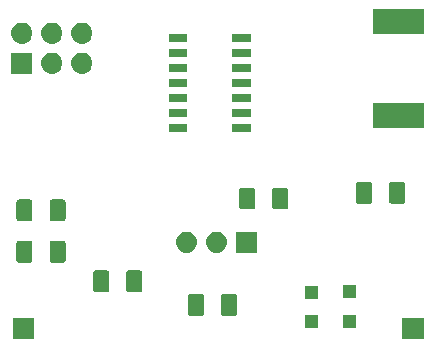
<source format=gbr>
G04 #@! TF.GenerationSoftware,KiCad,Pcbnew,(5.0.1)-rc2*
G04 #@! TF.CreationDate,2018-12-08T16:36:11-05:00*
G04 #@! TF.ProjectId,megadesk,6D6567616465736B2E6B696361645F70,rev?*
G04 #@! TF.SameCoordinates,Original*
G04 #@! TF.FileFunction,Soldermask,Bot*
G04 #@! TF.FilePolarity,Negative*
%FSLAX46Y46*%
G04 Gerber Fmt 4.6, Leading zero omitted, Abs format (unit mm)*
G04 Created by KiCad (PCBNEW (5.0.1)-rc2) date 2018-12-08 4:36:11 PM*
%MOMM*%
%LPD*%
G01*
G04 APERTURE LIST*
%ADD10C,0.100000*%
G04 APERTURE END LIST*
D10*
G36*
X136600000Y-135500000D02*
X134800000Y-135500000D01*
X134800000Y-133700000D01*
X136600000Y-133700000D01*
X136600000Y-135500000D01*
X136600000Y-135500000D01*
G37*
G36*
X103600000Y-135500000D02*
X101800000Y-135500000D01*
X101800000Y-133700000D01*
X103600000Y-133700000D01*
X103600000Y-135500000D01*
X103600000Y-135500000D01*
G37*
G36*
X127650000Y-134600000D02*
X126550000Y-134600000D01*
X126550000Y-133500000D01*
X127650000Y-133500000D01*
X127650000Y-134600000D01*
X127650000Y-134600000D01*
G37*
G36*
X130850000Y-134550000D02*
X129750000Y-134550000D01*
X129750000Y-133450000D01*
X130850000Y-133450000D01*
X130850000Y-134550000D01*
X130850000Y-134550000D01*
G37*
G36*
X120617926Y-131679340D02*
X120654390Y-131690402D01*
X120687998Y-131708366D01*
X120717458Y-131732542D01*
X120741634Y-131762002D01*
X120759598Y-131795610D01*
X120770660Y-131832074D01*
X120775000Y-131876141D01*
X120775000Y-133323859D01*
X120770660Y-133367926D01*
X120759598Y-133404390D01*
X120741634Y-133437998D01*
X120717458Y-133467458D01*
X120687998Y-133491634D01*
X120654390Y-133509598D01*
X120617926Y-133520660D01*
X120573859Y-133525000D01*
X119626141Y-133525000D01*
X119582074Y-133520660D01*
X119545610Y-133509598D01*
X119512002Y-133491634D01*
X119482542Y-133467458D01*
X119458366Y-133437998D01*
X119440402Y-133404390D01*
X119429340Y-133367926D01*
X119425000Y-133323859D01*
X119425000Y-131876141D01*
X119429340Y-131832074D01*
X119440402Y-131795610D01*
X119458366Y-131762002D01*
X119482542Y-131732542D01*
X119512002Y-131708366D01*
X119545610Y-131690402D01*
X119582074Y-131679340D01*
X119626141Y-131675000D01*
X120573859Y-131675000D01*
X120617926Y-131679340D01*
X120617926Y-131679340D01*
G37*
G36*
X117817926Y-131679340D02*
X117854390Y-131690402D01*
X117887998Y-131708366D01*
X117917458Y-131732542D01*
X117941634Y-131762002D01*
X117959598Y-131795610D01*
X117970660Y-131832074D01*
X117975000Y-131876141D01*
X117975000Y-133323859D01*
X117970660Y-133367926D01*
X117959598Y-133404390D01*
X117941634Y-133437998D01*
X117917458Y-133467458D01*
X117887998Y-133491634D01*
X117854390Y-133509598D01*
X117817926Y-133520660D01*
X117773859Y-133525000D01*
X116826141Y-133525000D01*
X116782074Y-133520660D01*
X116745610Y-133509598D01*
X116712002Y-133491634D01*
X116682542Y-133467458D01*
X116658366Y-133437998D01*
X116640402Y-133404390D01*
X116629340Y-133367926D01*
X116625000Y-133323859D01*
X116625000Y-131876141D01*
X116629340Y-131832074D01*
X116640402Y-131795610D01*
X116658366Y-131762002D01*
X116682542Y-131732542D01*
X116712002Y-131708366D01*
X116745610Y-131690402D01*
X116782074Y-131679340D01*
X116826141Y-131675000D01*
X117773859Y-131675000D01*
X117817926Y-131679340D01*
X117817926Y-131679340D01*
G37*
G36*
X127650000Y-132100000D02*
X126550000Y-132100000D01*
X126550000Y-131000000D01*
X127650000Y-131000000D01*
X127650000Y-132100000D01*
X127650000Y-132100000D01*
G37*
G36*
X130850000Y-132050000D02*
X129750000Y-132050000D01*
X129750000Y-130950000D01*
X130850000Y-130950000D01*
X130850000Y-132050000D01*
X130850000Y-132050000D01*
G37*
G36*
X112617926Y-129679340D02*
X112654390Y-129690402D01*
X112687998Y-129708366D01*
X112717458Y-129732542D01*
X112741634Y-129762002D01*
X112759598Y-129795610D01*
X112770660Y-129832074D01*
X112775000Y-129876141D01*
X112775000Y-131323859D01*
X112770660Y-131367926D01*
X112759598Y-131404390D01*
X112741634Y-131437998D01*
X112717458Y-131467458D01*
X112687998Y-131491634D01*
X112654390Y-131509598D01*
X112617926Y-131520660D01*
X112573859Y-131525000D01*
X111626141Y-131525000D01*
X111582074Y-131520660D01*
X111545610Y-131509598D01*
X111512002Y-131491634D01*
X111482542Y-131467458D01*
X111458366Y-131437998D01*
X111440402Y-131404390D01*
X111429340Y-131367926D01*
X111425000Y-131323859D01*
X111425000Y-129876141D01*
X111429340Y-129832074D01*
X111440402Y-129795610D01*
X111458366Y-129762002D01*
X111482542Y-129732542D01*
X111512002Y-129708366D01*
X111545610Y-129690402D01*
X111582074Y-129679340D01*
X111626141Y-129675000D01*
X112573859Y-129675000D01*
X112617926Y-129679340D01*
X112617926Y-129679340D01*
G37*
G36*
X109817926Y-129679340D02*
X109854390Y-129690402D01*
X109887998Y-129708366D01*
X109917458Y-129732542D01*
X109941634Y-129762002D01*
X109959598Y-129795610D01*
X109970660Y-129832074D01*
X109975000Y-129876141D01*
X109975000Y-131323859D01*
X109970660Y-131367926D01*
X109959598Y-131404390D01*
X109941634Y-131437998D01*
X109917458Y-131467458D01*
X109887998Y-131491634D01*
X109854390Y-131509598D01*
X109817926Y-131520660D01*
X109773859Y-131525000D01*
X108826141Y-131525000D01*
X108782074Y-131520660D01*
X108745610Y-131509598D01*
X108712002Y-131491634D01*
X108682542Y-131467458D01*
X108658366Y-131437998D01*
X108640402Y-131404390D01*
X108629340Y-131367926D01*
X108625000Y-131323859D01*
X108625000Y-129876141D01*
X108629340Y-129832074D01*
X108640402Y-129795610D01*
X108658366Y-129762002D01*
X108682542Y-129732542D01*
X108712002Y-129708366D01*
X108745610Y-129690402D01*
X108782074Y-129679340D01*
X108826141Y-129675000D01*
X109773859Y-129675000D01*
X109817926Y-129679340D01*
X109817926Y-129679340D01*
G37*
G36*
X106117926Y-127179340D02*
X106154390Y-127190402D01*
X106187998Y-127208366D01*
X106217458Y-127232542D01*
X106241634Y-127262002D01*
X106259598Y-127295610D01*
X106270660Y-127332074D01*
X106275000Y-127376141D01*
X106275000Y-128823859D01*
X106270660Y-128867926D01*
X106259598Y-128904390D01*
X106241634Y-128937998D01*
X106217458Y-128967458D01*
X106187998Y-128991634D01*
X106154390Y-129009598D01*
X106117926Y-129020660D01*
X106073859Y-129025000D01*
X105126141Y-129025000D01*
X105082074Y-129020660D01*
X105045610Y-129009598D01*
X105012002Y-128991634D01*
X104982542Y-128967458D01*
X104958366Y-128937998D01*
X104940402Y-128904390D01*
X104929340Y-128867926D01*
X104925000Y-128823859D01*
X104925000Y-127376141D01*
X104929340Y-127332074D01*
X104940402Y-127295610D01*
X104958366Y-127262002D01*
X104982542Y-127232542D01*
X105012002Y-127208366D01*
X105045610Y-127190402D01*
X105082074Y-127179340D01*
X105126141Y-127175000D01*
X106073859Y-127175000D01*
X106117926Y-127179340D01*
X106117926Y-127179340D01*
G37*
G36*
X103317926Y-127179340D02*
X103354390Y-127190402D01*
X103387998Y-127208366D01*
X103417458Y-127232542D01*
X103441634Y-127262002D01*
X103459598Y-127295610D01*
X103470660Y-127332074D01*
X103475000Y-127376141D01*
X103475000Y-128823859D01*
X103470660Y-128867926D01*
X103459598Y-128904390D01*
X103441634Y-128937998D01*
X103417458Y-128967458D01*
X103387998Y-128991634D01*
X103354390Y-129009598D01*
X103317926Y-129020660D01*
X103273859Y-129025000D01*
X102326141Y-129025000D01*
X102282074Y-129020660D01*
X102245610Y-129009598D01*
X102212002Y-128991634D01*
X102182542Y-128967458D01*
X102158366Y-128937998D01*
X102140402Y-128904390D01*
X102129340Y-128867926D01*
X102125000Y-128823859D01*
X102125000Y-127376141D01*
X102129340Y-127332074D01*
X102140402Y-127295610D01*
X102158366Y-127262002D01*
X102182542Y-127232542D01*
X102212002Y-127208366D01*
X102245610Y-127190402D01*
X102282074Y-127179340D01*
X102326141Y-127175000D01*
X103273859Y-127175000D01*
X103317926Y-127179340D01*
X103317926Y-127179340D01*
G37*
G36*
X116696432Y-126413022D02*
X116866081Y-126464485D01*
X117022433Y-126548056D01*
X117159475Y-126660525D01*
X117271944Y-126797567D01*
X117355515Y-126953919D01*
X117406978Y-127123568D01*
X117424354Y-127300000D01*
X117406978Y-127476432D01*
X117355515Y-127646081D01*
X117271944Y-127802433D01*
X117159475Y-127939475D01*
X117022433Y-128051944D01*
X116866081Y-128135515D01*
X116696432Y-128186978D01*
X116564211Y-128200000D01*
X116475789Y-128200000D01*
X116343568Y-128186978D01*
X116173919Y-128135515D01*
X116017567Y-128051944D01*
X115880525Y-127939475D01*
X115768056Y-127802433D01*
X115684485Y-127646081D01*
X115633022Y-127476432D01*
X115615646Y-127300000D01*
X115633022Y-127123568D01*
X115684485Y-126953919D01*
X115768056Y-126797567D01*
X115880525Y-126660525D01*
X116017567Y-126548056D01*
X116173919Y-126464485D01*
X116343568Y-126413022D01*
X116475789Y-126400000D01*
X116564211Y-126400000D01*
X116696432Y-126413022D01*
X116696432Y-126413022D01*
G37*
G36*
X122500000Y-128200000D02*
X120700000Y-128200000D01*
X120700000Y-126400000D01*
X122500000Y-126400000D01*
X122500000Y-128200000D01*
X122500000Y-128200000D01*
G37*
G36*
X119236432Y-126413022D02*
X119406081Y-126464485D01*
X119562433Y-126548056D01*
X119699475Y-126660525D01*
X119811944Y-126797567D01*
X119895515Y-126953919D01*
X119946978Y-127123568D01*
X119964354Y-127300000D01*
X119946978Y-127476432D01*
X119895515Y-127646081D01*
X119811944Y-127802433D01*
X119699475Y-127939475D01*
X119562433Y-128051944D01*
X119406081Y-128135515D01*
X119236432Y-128186978D01*
X119104211Y-128200000D01*
X119015789Y-128200000D01*
X118883568Y-128186978D01*
X118713919Y-128135515D01*
X118557567Y-128051944D01*
X118420525Y-127939475D01*
X118308056Y-127802433D01*
X118224485Y-127646081D01*
X118173022Y-127476432D01*
X118155646Y-127300000D01*
X118173022Y-127123568D01*
X118224485Y-126953919D01*
X118308056Y-126797567D01*
X118420525Y-126660525D01*
X118557567Y-126548056D01*
X118713919Y-126464485D01*
X118883568Y-126413022D01*
X119015789Y-126400000D01*
X119104211Y-126400000D01*
X119236432Y-126413022D01*
X119236432Y-126413022D01*
G37*
G36*
X106117926Y-123679340D02*
X106154390Y-123690402D01*
X106187998Y-123708366D01*
X106217458Y-123732542D01*
X106241634Y-123762002D01*
X106259598Y-123795610D01*
X106270660Y-123832074D01*
X106275000Y-123876141D01*
X106275000Y-125323859D01*
X106270660Y-125367926D01*
X106259598Y-125404390D01*
X106241634Y-125437998D01*
X106217458Y-125467458D01*
X106187998Y-125491634D01*
X106154390Y-125509598D01*
X106117926Y-125520660D01*
X106073859Y-125525000D01*
X105126141Y-125525000D01*
X105082074Y-125520660D01*
X105045610Y-125509598D01*
X105012002Y-125491634D01*
X104982542Y-125467458D01*
X104958366Y-125437998D01*
X104940402Y-125404390D01*
X104929340Y-125367926D01*
X104925000Y-125323859D01*
X104925000Y-123876141D01*
X104929340Y-123832074D01*
X104940402Y-123795610D01*
X104958366Y-123762002D01*
X104982542Y-123732542D01*
X105012002Y-123708366D01*
X105045610Y-123690402D01*
X105082074Y-123679340D01*
X105126141Y-123675000D01*
X106073859Y-123675000D01*
X106117926Y-123679340D01*
X106117926Y-123679340D01*
G37*
G36*
X103317926Y-123679340D02*
X103354390Y-123690402D01*
X103387998Y-123708366D01*
X103417458Y-123732542D01*
X103441634Y-123762002D01*
X103459598Y-123795610D01*
X103470660Y-123832074D01*
X103475000Y-123876141D01*
X103475000Y-125323859D01*
X103470660Y-125367926D01*
X103459598Y-125404390D01*
X103441634Y-125437998D01*
X103417458Y-125467458D01*
X103387998Y-125491634D01*
X103354390Y-125509598D01*
X103317926Y-125520660D01*
X103273859Y-125525000D01*
X102326141Y-125525000D01*
X102282074Y-125520660D01*
X102245610Y-125509598D01*
X102212002Y-125491634D01*
X102182542Y-125467458D01*
X102158366Y-125437998D01*
X102140402Y-125404390D01*
X102129340Y-125367926D01*
X102125000Y-125323859D01*
X102125000Y-123876141D01*
X102129340Y-123832074D01*
X102140402Y-123795610D01*
X102158366Y-123762002D01*
X102182542Y-123732542D01*
X102212002Y-123708366D01*
X102245610Y-123690402D01*
X102282074Y-123679340D01*
X102326141Y-123675000D01*
X103273859Y-123675000D01*
X103317926Y-123679340D01*
X103317926Y-123679340D01*
G37*
G36*
X124967926Y-122679340D02*
X125004390Y-122690402D01*
X125037998Y-122708366D01*
X125067458Y-122732542D01*
X125091634Y-122762002D01*
X125109598Y-122795610D01*
X125120660Y-122832074D01*
X125125000Y-122876141D01*
X125125000Y-124323859D01*
X125120660Y-124367926D01*
X125109598Y-124404390D01*
X125091634Y-124437998D01*
X125067458Y-124467458D01*
X125037998Y-124491634D01*
X125004390Y-124509598D01*
X124967926Y-124520660D01*
X124923859Y-124525000D01*
X123976141Y-124525000D01*
X123932074Y-124520660D01*
X123895610Y-124509598D01*
X123862002Y-124491634D01*
X123832542Y-124467458D01*
X123808366Y-124437998D01*
X123790402Y-124404390D01*
X123779340Y-124367926D01*
X123775000Y-124323859D01*
X123775000Y-122876141D01*
X123779340Y-122832074D01*
X123790402Y-122795610D01*
X123808366Y-122762002D01*
X123832542Y-122732542D01*
X123862002Y-122708366D01*
X123895610Y-122690402D01*
X123932074Y-122679340D01*
X123976141Y-122675000D01*
X124923859Y-122675000D01*
X124967926Y-122679340D01*
X124967926Y-122679340D01*
G37*
G36*
X122167926Y-122679340D02*
X122204390Y-122690402D01*
X122237998Y-122708366D01*
X122267458Y-122732542D01*
X122291634Y-122762002D01*
X122309598Y-122795610D01*
X122320660Y-122832074D01*
X122325000Y-122876141D01*
X122325000Y-124323859D01*
X122320660Y-124367926D01*
X122309598Y-124404390D01*
X122291634Y-124437998D01*
X122267458Y-124467458D01*
X122237998Y-124491634D01*
X122204390Y-124509598D01*
X122167926Y-124520660D01*
X122123859Y-124525000D01*
X121176141Y-124525000D01*
X121132074Y-124520660D01*
X121095610Y-124509598D01*
X121062002Y-124491634D01*
X121032542Y-124467458D01*
X121008366Y-124437998D01*
X120990402Y-124404390D01*
X120979340Y-124367926D01*
X120975000Y-124323859D01*
X120975000Y-122876141D01*
X120979340Y-122832074D01*
X120990402Y-122795610D01*
X121008366Y-122762002D01*
X121032542Y-122732542D01*
X121062002Y-122708366D01*
X121095610Y-122690402D01*
X121132074Y-122679340D01*
X121176141Y-122675000D01*
X122123859Y-122675000D01*
X122167926Y-122679340D01*
X122167926Y-122679340D01*
G37*
G36*
X134867926Y-122179340D02*
X134904390Y-122190402D01*
X134937998Y-122208366D01*
X134967458Y-122232542D01*
X134991634Y-122262002D01*
X135009598Y-122295610D01*
X135020660Y-122332074D01*
X135025000Y-122376141D01*
X135025000Y-123823859D01*
X135020660Y-123867926D01*
X135009598Y-123904390D01*
X134991634Y-123937998D01*
X134967458Y-123967458D01*
X134937998Y-123991634D01*
X134904390Y-124009598D01*
X134867926Y-124020660D01*
X134823859Y-124025000D01*
X133876141Y-124025000D01*
X133832074Y-124020660D01*
X133795610Y-124009598D01*
X133762002Y-123991634D01*
X133732542Y-123967458D01*
X133708366Y-123937998D01*
X133690402Y-123904390D01*
X133679340Y-123867926D01*
X133675000Y-123823859D01*
X133675000Y-122376141D01*
X133679340Y-122332074D01*
X133690402Y-122295610D01*
X133708366Y-122262002D01*
X133732542Y-122232542D01*
X133762002Y-122208366D01*
X133795610Y-122190402D01*
X133832074Y-122179340D01*
X133876141Y-122175000D01*
X134823859Y-122175000D01*
X134867926Y-122179340D01*
X134867926Y-122179340D01*
G37*
G36*
X132067926Y-122179340D02*
X132104390Y-122190402D01*
X132137998Y-122208366D01*
X132167458Y-122232542D01*
X132191634Y-122262002D01*
X132209598Y-122295610D01*
X132220660Y-122332074D01*
X132225000Y-122376141D01*
X132225000Y-123823859D01*
X132220660Y-123867926D01*
X132209598Y-123904390D01*
X132191634Y-123937998D01*
X132167458Y-123967458D01*
X132137998Y-123991634D01*
X132104390Y-124009598D01*
X132067926Y-124020660D01*
X132023859Y-124025000D01*
X131076141Y-124025000D01*
X131032074Y-124020660D01*
X130995610Y-124009598D01*
X130962002Y-123991634D01*
X130932542Y-123967458D01*
X130908366Y-123937998D01*
X130890402Y-123904390D01*
X130879340Y-123867926D01*
X130875000Y-123823859D01*
X130875000Y-122376141D01*
X130879340Y-122332074D01*
X130890402Y-122295610D01*
X130908366Y-122262002D01*
X130932542Y-122232542D01*
X130962002Y-122208366D01*
X130995610Y-122190402D01*
X131032074Y-122179340D01*
X131076141Y-122175000D01*
X132023859Y-122175000D01*
X132067926Y-122179340D01*
X132067926Y-122179340D01*
G37*
G36*
X116600000Y-117950000D02*
X115000000Y-117950000D01*
X115000000Y-117250000D01*
X116600000Y-117250000D01*
X116600000Y-117950000D01*
X116600000Y-117950000D01*
G37*
G36*
X122000000Y-117950000D02*
X120400000Y-117950000D01*
X120400000Y-117250000D01*
X122000000Y-117250000D01*
X122000000Y-117950000D01*
X122000000Y-117950000D01*
G37*
G36*
X136600000Y-117650000D02*
X132300000Y-117650000D01*
X132300000Y-115550000D01*
X136600000Y-115550000D01*
X136600000Y-117650000D01*
X136600000Y-117650000D01*
G37*
G36*
X116600000Y-116680000D02*
X115000000Y-116680000D01*
X115000000Y-115980000D01*
X116600000Y-115980000D01*
X116600000Y-116680000D01*
X116600000Y-116680000D01*
G37*
G36*
X122000000Y-116680000D02*
X120400000Y-116680000D01*
X120400000Y-115980000D01*
X122000000Y-115980000D01*
X122000000Y-116680000D01*
X122000000Y-116680000D01*
G37*
G36*
X122000000Y-115410000D02*
X120400000Y-115410000D01*
X120400000Y-114710000D01*
X122000000Y-114710000D01*
X122000000Y-115410000D01*
X122000000Y-115410000D01*
G37*
G36*
X116600000Y-115410000D02*
X115000000Y-115410000D01*
X115000000Y-114710000D01*
X116600000Y-114710000D01*
X116600000Y-115410000D01*
X116600000Y-115410000D01*
G37*
G36*
X122000000Y-114140000D02*
X120400000Y-114140000D01*
X120400000Y-113440000D01*
X122000000Y-113440000D01*
X122000000Y-114140000D01*
X122000000Y-114140000D01*
G37*
G36*
X116600000Y-114140000D02*
X115000000Y-114140000D01*
X115000000Y-113440000D01*
X116600000Y-113440000D01*
X116600000Y-114140000D01*
X116600000Y-114140000D01*
G37*
G36*
X103460000Y-113040000D02*
X101660000Y-113040000D01*
X101660000Y-111240000D01*
X103460000Y-111240000D01*
X103460000Y-113040000D01*
X103460000Y-113040000D01*
G37*
G36*
X105276432Y-111253022D02*
X105446081Y-111304485D01*
X105602433Y-111388056D01*
X105739475Y-111500525D01*
X105851944Y-111637567D01*
X105935515Y-111793919D01*
X105986978Y-111963568D01*
X106004354Y-112140000D01*
X105986978Y-112316432D01*
X105935515Y-112486081D01*
X105851944Y-112642433D01*
X105739475Y-112779475D01*
X105602433Y-112891944D01*
X105446081Y-112975515D01*
X105276432Y-113026978D01*
X105144211Y-113040000D01*
X105055789Y-113040000D01*
X104923568Y-113026978D01*
X104753919Y-112975515D01*
X104597567Y-112891944D01*
X104460525Y-112779475D01*
X104348056Y-112642433D01*
X104264485Y-112486081D01*
X104213022Y-112316432D01*
X104195646Y-112140000D01*
X104213022Y-111963568D01*
X104264485Y-111793919D01*
X104348056Y-111637567D01*
X104460525Y-111500525D01*
X104597567Y-111388056D01*
X104753919Y-111304485D01*
X104923568Y-111253022D01*
X105055789Y-111240000D01*
X105144211Y-111240000D01*
X105276432Y-111253022D01*
X105276432Y-111253022D01*
G37*
G36*
X107816432Y-111253022D02*
X107986081Y-111304485D01*
X108142433Y-111388056D01*
X108279475Y-111500525D01*
X108391944Y-111637567D01*
X108475515Y-111793919D01*
X108526978Y-111963568D01*
X108544354Y-112140000D01*
X108526978Y-112316432D01*
X108475515Y-112486081D01*
X108391944Y-112642433D01*
X108279475Y-112779475D01*
X108142433Y-112891944D01*
X107986081Y-112975515D01*
X107816432Y-113026978D01*
X107684211Y-113040000D01*
X107595789Y-113040000D01*
X107463568Y-113026978D01*
X107293919Y-112975515D01*
X107137567Y-112891944D01*
X107000525Y-112779475D01*
X106888056Y-112642433D01*
X106804485Y-112486081D01*
X106753022Y-112316432D01*
X106735646Y-112140000D01*
X106753022Y-111963568D01*
X106804485Y-111793919D01*
X106888056Y-111637567D01*
X107000525Y-111500525D01*
X107137567Y-111388056D01*
X107293919Y-111304485D01*
X107463568Y-111253022D01*
X107595789Y-111240000D01*
X107684211Y-111240000D01*
X107816432Y-111253022D01*
X107816432Y-111253022D01*
G37*
G36*
X116600000Y-112870000D02*
X115000000Y-112870000D01*
X115000000Y-112170000D01*
X116600000Y-112170000D01*
X116600000Y-112870000D01*
X116600000Y-112870000D01*
G37*
G36*
X122000000Y-112870000D02*
X120400000Y-112870000D01*
X120400000Y-112170000D01*
X122000000Y-112170000D01*
X122000000Y-112870000D01*
X122000000Y-112870000D01*
G37*
G36*
X116600000Y-111600000D02*
X115000000Y-111600000D01*
X115000000Y-110900000D01*
X116600000Y-110900000D01*
X116600000Y-111600000D01*
X116600000Y-111600000D01*
G37*
G36*
X122000000Y-111600000D02*
X120400000Y-111600000D01*
X120400000Y-110900000D01*
X122000000Y-110900000D01*
X122000000Y-111600000D01*
X122000000Y-111600000D01*
G37*
G36*
X105276432Y-108713022D02*
X105446081Y-108764485D01*
X105602433Y-108848056D01*
X105739475Y-108960525D01*
X105851944Y-109097567D01*
X105935515Y-109253919D01*
X105986978Y-109423568D01*
X106004354Y-109600000D01*
X105986978Y-109776432D01*
X105935515Y-109946081D01*
X105851944Y-110102433D01*
X105739475Y-110239475D01*
X105602433Y-110351944D01*
X105446081Y-110435515D01*
X105276432Y-110486978D01*
X105144211Y-110500000D01*
X105055789Y-110500000D01*
X104923568Y-110486978D01*
X104753919Y-110435515D01*
X104597567Y-110351944D01*
X104460525Y-110239475D01*
X104348056Y-110102433D01*
X104264485Y-109946081D01*
X104213022Y-109776432D01*
X104195646Y-109600000D01*
X104213022Y-109423568D01*
X104264485Y-109253919D01*
X104348056Y-109097567D01*
X104460525Y-108960525D01*
X104597567Y-108848056D01*
X104753919Y-108764485D01*
X104923568Y-108713022D01*
X105055789Y-108700000D01*
X105144211Y-108700000D01*
X105276432Y-108713022D01*
X105276432Y-108713022D01*
G37*
G36*
X102736432Y-108713022D02*
X102906081Y-108764485D01*
X103062433Y-108848056D01*
X103199475Y-108960525D01*
X103311944Y-109097567D01*
X103395515Y-109253919D01*
X103446978Y-109423568D01*
X103464354Y-109600000D01*
X103446978Y-109776432D01*
X103395515Y-109946081D01*
X103311944Y-110102433D01*
X103199475Y-110239475D01*
X103062433Y-110351944D01*
X102906081Y-110435515D01*
X102736432Y-110486978D01*
X102604211Y-110500000D01*
X102515789Y-110500000D01*
X102383568Y-110486978D01*
X102213919Y-110435515D01*
X102057567Y-110351944D01*
X101920525Y-110239475D01*
X101808056Y-110102433D01*
X101724485Y-109946081D01*
X101673022Y-109776432D01*
X101655646Y-109600000D01*
X101673022Y-109423568D01*
X101724485Y-109253919D01*
X101808056Y-109097567D01*
X101920525Y-108960525D01*
X102057567Y-108848056D01*
X102213919Y-108764485D01*
X102383568Y-108713022D01*
X102515789Y-108700000D01*
X102604211Y-108700000D01*
X102736432Y-108713022D01*
X102736432Y-108713022D01*
G37*
G36*
X107816432Y-108713022D02*
X107986081Y-108764485D01*
X108142433Y-108848056D01*
X108279475Y-108960525D01*
X108391944Y-109097567D01*
X108475515Y-109253919D01*
X108526978Y-109423568D01*
X108544354Y-109600000D01*
X108526978Y-109776432D01*
X108475515Y-109946081D01*
X108391944Y-110102433D01*
X108279475Y-110239475D01*
X108142433Y-110351944D01*
X107986081Y-110435515D01*
X107816432Y-110486978D01*
X107684211Y-110500000D01*
X107595789Y-110500000D01*
X107463568Y-110486978D01*
X107293919Y-110435515D01*
X107137567Y-110351944D01*
X107000525Y-110239475D01*
X106888056Y-110102433D01*
X106804485Y-109946081D01*
X106753022Y-109776432D01*
X106735646Y-109600000D01*
X106753022Y-109423568D01*
X106804485Y-109253919D01*
X106888056Y-109097567D01*
X107000525Y-108960525D01*
X107137567Y-108848056D01*
X107293919Y-108764485D01*
X107463568Y-108713022D01*
X107595789Y-108700000D01*
X107684211Y-108700000D01*
X107816432Y-108713022D01*
X107816432Y-108713022D01*
G37*
G36*
X122000000Y-110330000D02*
X120400000Y-110330000D01*
X120400000Y-109630000D01*
X122000000Y-109630000D01*
X122000000Y-110330000D01*
X122000000Y-110330000D01*
G37*
G36*
X116600000Y-110330000D02*
X115000000Y-110330000D01*
X115000000Y-109630000D01*
X116600000Y-109630000D01*
X116600000Y-110330000D01*
X116600000Y-110330000D01*
G37*
G36*
X136600000Y-109650000D02*
X132300000Y-109650000D01*
X132300000Y-107550000D01*
X136600000Y-107550000D01*
X136600000Y-109650000D01*
X136600000Y-109650000D01*
G37*
M02*

</source>
